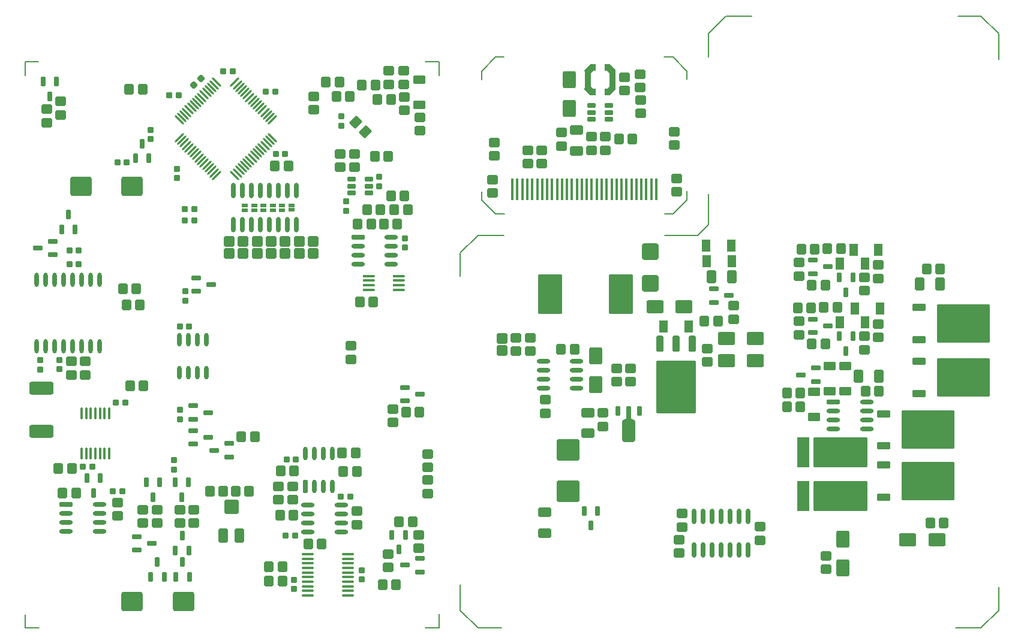
<source format=gtp>
%FSTAX25Y25*%
%MOIN*%
%SFA1B1*%

%IPPOS*%
%AMD10*
4,1,8,0.021800,0.025600,-0.021800,0.025600,-0.029500,0.017900,-0.029500,-0.017900,-0.021800,-0.025600,0.021800,-0.025600,0.029500,-0.017900,0.029500,0.017900,0.021800,0.025600,0.0*
1,1,0.015360,0.021800,0.017900*
1,1,0.015360,-0.021800,0.017900*
1,1,0.015360,-0.021800,-0.017900*
1,1,0.015360,0.021800,-0.017900*
%
%AMD11*
4,1,8,-0.021700,0.010200,-0.021700,-0.010200,-0.019100,-0.012800,0.019100,-0.012800,0.021700,-0.010200,0.021700,0.010200,0.019100,0.012800,-0.019100,0.012800,-0.021700,0.010200,0.0*
1,1,0.005120,-0.019100,0.010200*
1,1,0.005120,-0.019100,-0.010200*
1,1,0.005120,0.019100,-0.010200*
1,1,0.005120,0.019100,0.010200*
%
%AMD12*
4,1,8,0.025600,-0.021800,0.025600,0.021800,0.017900,0.029500,-0.017900,0.029500,-0.025600,0.021800,-0.025600,-0.021800,-0.017900,-0.029500,0.017900,-0.029500,0.025600,-0.021800,0.0*
1,1,0.015360,0.017900,-0.021800*
1,1,0.015360,0.017900,0.021800*
1,1,0.015360,-0.017900,0.021800*
1,1,0.015360,-0.017900,-0.021800*
%
%AMD13*
4,1,8,0.005600,0.059100,-0.005600,0.059100,-0.008100,0.056600,-0.008100,-0.056600,-0.005600,-0.059100,0.005600,-0.059100,0.008100,-0.056600,0.008100,0.056600,0.005600,0.059100,0.0*
1,1,0.004840,0.005600,0.056600*
1,1,0.004840,-0.005600,0.056600*
1,1,0.004840,-0.005600,-0.056600*
1,1,0.004840,0.005600,-0.056600*
%
%AMD15*
4,1,8,0.035400,-0.040200,0.035400,0.040200,0.028300,0.047200,-0.028300,0.047200,-0.035400,0.040200,-0.035400,-0.040200,-0.028300,-0.047200,0.028300,-0.047200,0.035400,-0.040200,0.0*
1,1,0.014180,0.028300,-0.040200*
1,1,0.014180,0.028300,0.040200*
1,1,0.014180,-0.028300,0.040200*
1,1,0.014180,-0.028300,-0.040200*
%
%AMD16*
4,1,8,0.027800,0.025600,-0.027800,0.025600,-0.035400,0.017900,-0.035400,-0.017900,-0.027800,-0.025600,0.027800,-0.025600,0.035400,-0.017900,0.035400,0.017900,0.027800,0.025600,0.0*
1,1,0.015360,0.027800,0.017900*
1,1,0.015360,-0.027800,0.017900*
1,1,0.015360,-0.027800,-0.017900*
1,1,0.015360,0.027800,-0.017900*
%
%AMD17*
4,1,8,-0.012600,-0.017100,0.012600,-0.017100,0.017700,-0.012000,0.017700,0.012000,0.012600,0.017100,-0.012600,0.017100,-0.017700,0.012000,-0.017700,-0.012000,-0.012600,-0.017100,0.0*
1,1,0.010280,-0.012600,-0.012000*
1,1,0.010280,0.012600,-0.012000*
1,1,0.010280,0.012600,0.012000*
1,1,0.010280,-0.012600,0.012000*
%
%AMD18*
4,1,8,-0.017100,0.012600,-0.017100,-0.012600,-0.012000,-0.017700,0.012000,-0.017700,0.017100,-0.012600,0.017100,0.012600,0.012000,0.017700,-0.012000,0.017700,-0.017100,0.012600,0.0*
1,1,0.010280,-0.012000,0.012600*
1,1,0.010280,-0.012000,-0.012600*
1,1,0.010280,0.012000,-0.012600*
1,1,0.010280,0.012000,0.012600*
%
%AMD19*
4,1,8,-0.021000,-0.003200,-0.003200,-0.021000,0.004000,-0.021000,0.021000,-0.004000,0.021000,0.003200,0.003200,0.021000,-0.004000,0.021000,-0.021000,0.004000,-0.021000,-0.003200,0.0*
1,1,0.010280,-0.017400,0.000400*
1,1,0.010280,0.000400,-0.017400*
1,1,0.010280,0.017400,-0.000400*
1,1,0.010280,-0.000400,0.017400*
%
%AMD20*
4,1,4,0.025000,0.017000,0.017000,0.025000,-0.025000,-0.017000,-0.017000,-0.025000,0.025000,0.017000,0.0*
1,1,0.011420,0.021000,0.021000*
1,1,0.011420,-0.021000,-0.021000*
%
%AMD21*
4,1,4,0.017000,-0.025000,0.025000,-0.017000,-0.017000,0.025000,-0.025000,0.017000,0.017000,-0.025000,0.0*
1,1,0.011420,0.021000,-0.021000*
1,1,0.011420,-0.021000,0.021000*
%
%AMD23*
4,1,8,-0.037400,0.008300,-0.037400,-0.008300,-0.033900,-0.011800,0.033900,-0.011800,0.037400,-0.008300,0.037400,0.008300,0.033900,0.011800,-0.033900,0.011800,-0.037400,0.008300,0.0*
1,1,0.007080,-0.033900,0.008300*
1,1,0.007080,-0.033900,-0.008300*
1,1,0.007080,0.033900,-0.008300*
1,1,0.007080,0.033900,0.008300*
%
%AMD26*
4,1,8,0.008300,0.025600,-0.008300,0.025600,-0.011800,0.022000,-0.011800,-0.022000,-0.008300,-0.025600,0.008300,-0.025600,0.011800,-0.022000,0.011800,0.022000,0.008300,0.025600,0.0*
1,1,0.007080,0.008300,0.022000*
1,1,0.007080,-0.008300,0.022000*
1,1,0.007080,-0.008300,-0.022000*
1,1,0.007080,0.008300,-0.022000*
%
%AMD27*
4,1,8,-0.025600,0.008300,-0.025600,-0.008300,-0.022000,-0.011800,0.022000,-0.011800,0.025600,-0.008300,0.025600,0.008300,0.022000,0.011800,-0.022000,0.011800,-0.025600,0.008300,0.0*
1,1,0.007080,-0.022000,0.008300*
1,1,0.007080,-0.022000,-0.008300*
1,1,0.007080,0.022000,-0.008300*
1,1,0.007080,0.022000,0.008300*
%
%AMD28*
4,1,8,-0.020500,-0.039400,0.020500,-0.039400,0.025600,-0.034200,0.025600,0.034200,0.020500,0.039400,-0.020500,0.039400,-0.025600,0.034200,-0.025600,-0.034200,-0.020500,-0.039400,0.0*
1,1,0.010240,-0.020500,-0.034200*
1,1,0.010240,0.020500,-0.034200*
1,1,0.010240,0.020500,0.034200*
1,1,0.010240,-0.020500,0.034200*
%
%AMD29*
4,1,8,-0.031500,-0.039400,0.031500,-0.039400,0.039400,-0.031500,0.039400,0.031500,0.031500,0.039400,-0.031500,0.039400,-0.039400,0.031500,-0.039400,-0.031500,-0.031500,-0.039400,0.0*
1,1,0.015740,-0.031500,-0.031500*
1,1,0.015740,0.031500,-0.031500*
1,1,0.015740,0.031500,0.031500*
1,1,0.015740,-0.031500,0.031500*
%
%AMD32*
4,1,8,-0.008300,-0.037400,0.008300,-0.037400,0.011800,-0.033900,0.011800,0.033900,0.008300,0.037400,-0.008300,0.037400,-0.011800,0.033900,-0.011800,-0.033900,-0.008300,-0.037400,0.0*
1,1,0.007080,-0.008300,-0.033900*
1,1,0.007080,0.008300,-0.033900*
1,1,0.007080,0.008300,0.033900*
1,1,0.007080,-0.008300,0.033900*
%
%AMD33*
4,1,8,0.026100,0.024600,-0.026100,0.024600,-0.033500,0.017200,-0.033500,-0.017200,-0.026100,-0.024600,0.026100,-0.024600,0.033500,-0.017200,0.033500,0.017200,0.026100,0.024600,0.0*
1,1,0.014760,0.026100,0.017200*
1,1,0.014760,-0.026100,0.017200*
1,1,0.014760,-0.026100,-0.017200*
1,1,0.014760,0.026100,-0.017200*
%
%AMD34*
4,1,8,0.002700,-0.033500,0.033500,-0.002700,0.033500,0.008200,0.008200,0.033500,-0.002700,0.033500,-0.033500,0.002700,-0.033500,-0.008200,-0.008200,-0.033500,0.002700,-0.033500,0.0*
1,1,0.015360,-0.002800,-0.028100*
1,1,0.015360,0.028100,0.002800*
1,1,0.015360,0.002800,0.028100*
1,1,0.015360,-0.028100,-0.002800*
%
%AMD35*
4,1,8,0.020800,0.029100,-0.020800,0.029100,-0.029500,0.020400,-0.029500,-0.020400,-0.020800,-0.029100,0.020800,-0.029100,0.029500,-0.020400,0.029500,0.020400,0.020800,0.029100,0.0*
1,1,0.017480,0.020800,0.020400*
1,1,0.017480,-0.020800,0.020400*
1,1,0.017480,-0.020800,-0.020400*
1,1,0.017480,0.020800,-0.020400*
%
%AMD36*
4,1,8,-0.048400,-0.053100,0.048400,-0.053100,0.059100,-0.042500,0.059100,0.042500,0.048400,0.053100,-0.048400,0.053100,-0.059100,0.042500,-0.059100,-0.042500,-0.048400,-0.053100,0.0*
1,1,0.021260,-0.048400,-0.042500*
1,1,0.021260,0.048400,-0.042500*
1,1,0.021260,0.048400,0.042500*
1,1,0.021260,-0.048400,0.042500*
%
%AMD39*
4,1,8,0.056300,0.035400,-0.056300,0.035400,-0.066900,0.024800,-0.066900,-0.024800,-0.056300,-0.035400,0.056300,-0.035400,0.066900,-0.024800,0.066900,0.024800,0.056300,0.035400,0.0*
1,1,0.021260,0.056300,0.024800*
1,1,0.021260,-0.056300,0.024800*
1,1,0.021260,-0.056300,-0.024800*
1,1,0.021260,0.056300,-0.024800*
%
%AMD40*
4,1,8,0.016100,0.009000,-0.016100,0.009000,-0.017000,0.008100,-0.017000,-0.008100,-0.016100,-0.009000,0.016100,-0.009000,0.017000,-0.008100,0.017000,0.008100,0.016100,0.009000,0.0*
1,1,0.001800,0.016100,0.008100*
1,1,0.001800,-0.016100,0.008100*
1,1,0.001800,-0.016100,-0.008100*
1,1,0.001800,0.016100,-0.008100*
%
%AMD41*
4,1,8,-0.024600,0.026100,-0.024600,-0.026100,-0.017200,-0.033500,0.017200,-0.033500,0.024600,-0.026100,0.024600,0.026100,0.017200,0.033500,-0.017200,0.033500,-0.024600,0.026100,0.0*
1,1,0.014760,-0.017200,0.026100*
1,1,0.014760,-0.017200,-0.026100*
1,1,0.014760,0.017200,-0.026100*
1,1,0.014760,0.017200,0.026100*
%
%AMD42*
4,1,8,-0.145700,0.102900,-0.145700,-0.102900,-0.140300,-0.108300,0.140300,-0.108300,0.145700,-0.102900,0.145700,0.102900,0.140300,0.108300,-0.140300,0.108300,-0.145700,0.102900,0.0*
1,1,0.010820,-0.140300,0.102900*
1,1,0.010820,-0.140300,-0.102900*
1,1,0.010820,0.140300,-0.102900*
1,1,0.010820,0.140300,0.102900*
%
%AMD43*
4,1,8,-0.037400,0.015000,-0.037400,-0.015000,-0.033700,-0.018700,0.033700,-0.018700,0.037400,-0.015000,0.037400,0.015000,0.033700,0.018700,-0.033700,0.018700,-0.037400,0.015000,0.0*
1,1,0.007480,-0.033700,0.015000*
1,1,0.007480,-0.033700,-0.015000*
1,1,0.007480,0.033700,-0.015000*
1,1,0.007480,0.033700,0.015000*
%
%AMD44*
4,1,8,-0.029400,-0.084100,0.029400,-0.084100,0.032700,-0.080800,0.032700,0.080800,0.029400,0.084100,-0.029400,0.084100,-0.032700,0.080800,-0.032700,-0.080800,-0.029400,-0.084100,0.0*
1,1,0.006540,-0.029400,-0.080800*
1,1,0.006540,0.029400,-0.080800*
1,1,0.006540,0.029400,0.080800*
1,1,0.006540,-0.029400,0.080800*
%
%AMD45*
4,1,8,-0.142000,-0.084100,0.142000,-0.084100,0.150400,-0.075600,0.150400,0.075600,0.142000,0.084100,-0.142000,0.084100,-0.150400,0.075600,-0.150400,-0.075600,-0.142000,-0.084100,0.0*
1,1,0.016820,-0.142000,-0.075600*
1,1,0.016820,0.142000,-0.075600*
1,1,0.016820,0.142000,0.075600*
1,1,0.016820,-0.142000,0.075600*
%
%AMD46*
4,1,8,0.040200,0.035400,-0.040200,0.035400,-0.047200,0.028300,-0.047200,-0.028300,-0.040200,-0.035400,0.040200,-0.035400,0.047200,-0.028300,0.047200,0.028300,0.040200,0.035400,0.0*
1,1,0.014180,0.040200,0.028300*
1,1,0.014180,-0.040200,0.028300*
1,1,0.014180,-0.040200,-0.028300*
1,1,0.014180,0.040200,-0.028300*
%
%AMD47*
4,1,8,-0.006900,-0.026600,0.006900,-0.026600,0.013800,-0.019700,0.013800,0.019700,0.006900,0.026600,-0.006900,0.026600,-0.013800,0.019700,-0.013800,-0.019700,-0.006900,-0.026600,0.0*
1,1,0.013780,-0.006900,-0.019700*
1,1,0.013780,0.006900,-0.019700*
1,1,0.013780,0.006900,0.019700*
1,1,0.013780,-0.006900,0.019700*
%
%AMD48*
4,1,8,-0.006900,-0.040400,0.006900,-0.040400,0.013800,-0.033500,0.013800,0.033500,0.006900,0.040400,-0.006900,0.040400,-0.013800,0.033500,-0.013800,-0.033500,-0.006900,-0.040400,0.0*
1,1,0.013780,-0.006900,-0.033500*
1,1,0.013780,0.006900,-0.033500*
1,1,0.013780,0.006900,0.033500*
1,1,0.013780,-0.006900,0.033500*
%
%AMD49*
4,1,8,-0.018700,-0.065000,0.018700,-0.065000,0.037400,-0.046300,0.037400,0.046300,0.018700,0.065000,-0.018700,0.065000,-0.037400,0.046300,-0.037400,-0.046300,-0.018700,-0.065000,0.0*
1,1,0.037400,-0.018700,-0.046300*
1,1,0.037400,0.018700,-0.046300*
1,1,0.037400,0.018700,0.046300*
1,1,0.037400,-0.018700,0.046300*
%
%AMD50*
4,1,8,0.052000,0.060000,-0.052000,0.060000,-0.064000,0.048000,-0.064000,-0.048000,-0.052000,-0.060000,0.052000,-0.060000,0.064000,-0.048000,0.064000,0.048000,0.052000,0.060000,0.0*
1,1,0.024000,0.052000,0.048000*
1,1,0.024000,-0.052000,0.048000*
1,1,0.024000,-0.052000,-0.048000*
1,1,0.024000,0.052000,-0.048000*
%
%AMD51*
4,1,8,0.025600,-0.027800,0.025600,0.027800,0.017900,0.035400,-0.017900,0.035400,-0.025600,0.027800,-0.025600,-0.027800,-0.017900,-0.035400,0.017900,-0.035400,0.025600,-0.027800,0.0*
1,1,0.015360,0.017900,-0.027800*
1,1,0.015360,0.017900,0.027800*
1,1,0.015360,-0.017900,0.027800*
1,1,0.015360,-0.017900,-0.027800*
%
%AMD52*
4,1,8,-0.067500,0.103500,-0.067500,-0.103500,-0.060700,-0.110200,0.060700,-0.110200,0.067500,-0.103500,0.067500,0.103500,0.060700,0.110200,-0.060700,0.110200,-0.067500,0.103500,0.0*
1,1,0.013500,-0.060700,0.103500*
1,1,0.013500,-0.060700,-0.103500*
1,1,0.013500,0.060700,-0.103500*
1,1,0.013500,0.060700,0.103500*
%
%AMD53*
4,1,8,0.104700,0.147600,-0.104700,0.147600,-0.110200,0.142100,-0.110200,-0.142100,-0.104700,-0.147600,0.104700,-0.147600,0.110200,-0.142100,0.110200,0.142100,0.104700,0.147600,0.0*
1,1,0.011020,0.104700,0.142100*
1,1,0.011020,-0.104700,0.142100*
1,1,0.011020,-0.104700,-0.142100*
1,1,0.011020,0.104700,-0.142100*
%
%AMD54*
4,1,8,0.013800,0.045000,-0.013800,0.045000,-0.019700,0.039100,-0.019700,-0.039100,-0.013800,-0.045000,0.013800,-0.045000,0.019700,-0.039100,0.019700,0.039100,0.013800,0.045000,0.0*
1,1,0.011820,0.013800,0.039100*
1,1,0.011820,-0.013800,0.039100*
1,1,0.011820,-0.013800,-0.039100*
1,1,0.011820,0.013800,-0.039100*
%
%AMD55*
4,1,8,0.045300,-0.036200,0.045300,0.036200,0.036200,0.045300,-0.036200,0.045300,-0.045300,0.036200,-0.045300,-0.036200,-0.036200,-0.045300,0.036200,-0.045300,0.045300,-0.036200,0.0*
1,1,0.018120,0.036200,-0.036200*
1,1,0.018120,0.036200,0.036200*
1,1,0.018120,-0.036200,0.036200*
1,1,0.018120,-0.036200,-0.036200*
%
G04~CAMADD=10~8~0.0~0.0~590.6~511.8~76.8~0.0~15~0.0~0.0~0.0~0.0~0~0.0~0.0~0.0~0.0~0~0.0~0.0~0.0~0.0~590.6~511.8*
%ADD10D10*%
G04~CAMADD=11~8~0.0~0.0~255.9~433.1~25.6~0.0~15~0.0~0.0~0.0~0.0~0~0.0~0.0~0.0~0.0~0~0.0~0.0~0.0~90.0~434.0~256.0*
%ADD11D11*%
G04~CAMADD=12~8~0.0~0.0~590.6~511.8~76.8~0.0~15~0.0~0.0~0.0~0.0~0~0.0~0.0~0.0~0.0~0~0.0~0.0~0.0~270.0~512.0~590.0*
%ADD12D12*%
G04~CAMADD=13~8~0.0~0.0~161.4~1181.1~24.2~0.0~15~0.0~0.0~0.0~0.0~0~0.0~0.0~0.0~0.0~0~0.0~0.0~0.0~0.0~161.4~1181.1*
%ADD13D13*%
%ADD14R,0.035430X0.098430*%
G04~CAMADD=15~8~0.0~0.0~944.9~708.7~70.9~0.0~15~0.0~0.0~0.0~0.0~0~0.0~0.0~0.0~0.0~0~0.0~0.0~0.0~270.0~708.0~944.0*
%ADD15D15*%
G04~CAMADD=16~8~0.0~0.0~708.7~511.8~76.8~0.0~15~0.0~0.0~0.0~0.0~0~0.0~0.0~0.0~0.0~0~0.0~0.0~0.0~0.0~708.7~511.8*
%ADD16D16*%
G04~CAMADD=17~8~0.0~0.0~354.3~342.5~51.4~0.0~15~0.0~0.0~0.0~0.0~0~0.0~0.0~0.0~0.0~0~0.0~0.0~0.0~180.0~354.0~343.0*
%ADD17D17*%
G04~CAMADD=18~8~0.0~0.0~354.3~342.5~51.4~0.0~15~0.0~0.0~0.0~0.0~0~0.0~0.0~0.0~0.0~0~0.0~0.0~0.0~90.0~343.0~354.0*
%ADD18D18*%
G04~CAMADD=19~8~0.0~0.0~354.3~342.5~51.4~0.0~15~0.0~0.0~0.0~0.0~0~0.0~0.0~0.0~0.0~0~0.0~0.0~0.0~135.0~450.0~450.0*
%ADD19D19*%
G04~CAMADD=20~3~0.0~0.0~114.2~708.7~0.0~0.0~0~0.0~0.0~0.0~0.0~0~0.0~0.0~0.0~0.0~0~0.0~0.0~0.0~315.0~534.0~534.0*
%ADD20D20*%
G04~CAMADD=21~3~0.0~0.0~114.2~708.7~0.0~0.0~0~0.0~0.0~0.0~0.0~0~0.0~0.0~0.0~0.0~0~0.0~0.0~0.0~225.0~534.0~534.0*
%ADD21D21*%
%ADD22O,0.023620X0.074800*%
G04~CAMADD=23~8~0.0~0.0~236.2~748.0~35.4~0.0~15~0.0~0.0~0.0~0.0~0~0.0~0.0~0.0~0.0~0~0.0~0.0~0.0~90.0~748.0~236.0*
%ADD23D23*%
%ADD24O,0.074800X0.023620*%
%ADD25O,0.013780X0.066930*%
G04~CAMADD=26~8~0.0~0.0~236.2~511.8~35.4~0.0~15~0.0~0.0~0.0~0.0~0~0.0~0.0~0.0~0.0~0~0.0~0.0~0.0~0.0~236.2~511.8*
%ADD26D26*%
G04~CAMADD=27~8~0.0~0.0~236.2~511.8~35.4~0.0~15~0.0~0.0~0.0~0.0~0~0.0~0.0~0.0~0.0~0~0.0~0.0~0.0~90.0~512.0~236.0*
%ADD27D27*%
G04~CAMADD=28~8~0.0~0.0~511.8~787.4~51.2~0.0~15~0.0~0.0~0.0~0.0~0~0.0~0.0~0.0~0.0~0~0.0~0.0~0.0~180.0~512.0~788.0*
%ADD28D28*%
G04~CAMADD=29~8~0.0~0.0~787.4~787.4~78.7~0.0~15~0.0~0.0~0.0~0.0~0~0.0~0.0~0.0~0.0~0~0.0~0.0~0.0~180.0~788.0~788.0*
%ADD29D29*%
%ADD30O,0.066930X0.013780*%
%ADD31O,0.023620X0.086610*%
G04~CAMADD=32~8~0.0~0.0~236.2~748.0~35.4~0.0~15~0.0~0.0~0.0~0.0~0~0.0~0.0~0.0~0.0~0~0.0~0.0~0.0~180.0~236.0~748.0*
%ADD32D32*%
G04~CAMADD=33~8~0.0~0.0~669.3~492.1~73.8~0.0~15~0.0~0.0~0.0~0.0~0~0.0~0.0~0.0~0.0~0~0.0~0.0~0.0~0.0~669.3~492.1*
%ADD33D33*%
G04~CAMADD=34~8~0.0~0.0~590.6~511.8~76.8~0.0~15~0.0~0.0~0.0~0.0~0~0.0~0.0~0.0~0.0~0~0.0~0.0~0.0~225.0~717.0~715.0*
%ADD34D34*%
G04~CAMADD=35~8~0.0~0.0~590.6~582.7~87.4~0.0~15~0.0~0.0~0.0~0.0~0~0.0~0.0~0.0~0.0~0~0.0~0.0~0.0~0.0~590.6~582.7*
%ADD35D35*%
G04~CAMADD=36~8~0.0~0.0~1181.1~1063.0~106.3~0.0~15~0.0~0.0~0.0~0.0~0~0.0~0.0~0.0~0.0~0~0.0~0.0~0.0~180.0~1182.0~1063.0*
%ADD36D36*%
%ADD37O,0.066930X0.016000*%
%ADD38O,0.023620X0.078740*%
G04~CAMADD=39~8~0.0~0.0~1338.6~708.7~106.3~0.0~15~0.0~0.0~0.0~0.0~0~0.0~0.0~0.0~0.0~0~0.0~0.0~0.0~0.0~1338.6~708.7*
%ADD39D39*%
G04~CAMADD=40~8~0.0~0.0~340.0~180.0~9.0~0.0~15~0.0~0.0~0.0~0.0~0~0.0~0.0~0.0~0.0~0~0.0~0.0~0.0~0.0~340.0~180.0*
%ADD40D40*%
G04~CAMADD=41~8~0.0~0.0~669.3~492.1~73.8~0.0~15~0.0~0.0~0.0~0.0~0~0.0~0.0~0.0~0.0~0~0.0~0.0~0.0~90.0~492.0~670.0*
%ADD41D41*%
G04~CAMADD=42~8~0.0~0.0~2165.4~2913.4~54.1~0.0~15~0.0~0.0~0.0~0.0~0~0.0~0.0~0.0~0.0~0~0.0~0.0~0.0~90.0~2914.0~2166.0*
%ADD42D42*%
G04~CAMADD=43~8~0.0~0.0~374.0~748.0~37.4~0.0~15~0.0~0.0~0.0~0.0~0~0.0~0.0~0.0~0.0~0~0.0~0.0~0.0~90.0~748.0~374.0*
%ADD43D43*%
G04~CAMADD=44~8~0.0~0.0~653.5~1681.1~32.7~0.0~15~0.0~0.0~0.0~0.0~0~0.0~0.0~0.0~0.0~0~0.0~0.0~0.0~180.0~654.0~1682.0*
%ADD44D44*%
G04~CAMADD=45~8~0.0~0.0~3007.9~1681.1~84.1~0.0~15~0.0~0.0~0.0~0.0~0~0.0~0.0~0.0~0.0~0~0.0~0.0~0.0~180.0~3008.0~1681.0*
%ADD45D45*%
G04~CAMADD=46~8~0.0~0.0~944.9~708.7~70.9~0.0~15~0.0~0.0~0.0~0.0~0~0.0~0.0~0.0~0.0~0~0.0~0.0~0.0~0.0~944.9~708.7*
%ADD46D46*%
G04~CAMADD=47~8~0.0~0.0~275.6~531.5~68.9~0.0~15~0.0~0.0~0.0~0.0~0~0.0~0.0~0.0~0.0~0~0.0~0.0~0.0~180.0~276.0~532.0*
%ADD47D47*%
G04~CAMADD=48~8~0.0~0.0~275.6~808.7~68.9~0.0~15~0.0~0.0~0.0~0.0~0~0.0~0.0~0.0~0.0~0~0.0~0.0~0.0~180.0~276.0~809.0*
%ADD48D48*%
G04~CAMADD=49~8~0.0~0.0~748.0~1299.2~187.0~0.0~15~0.0~0.0~0.0~0.0~0~0.0~0.0~0.0~0.0~0~0.0~0.0~0.0~180.0~749.0~1300.0*
%ADD49D49*%
G04~CAMADD=50~8~0.0~0.0~1279.5~1200.0~120.0~0.0~15~0.0~0.0~0.0~0.0~0~0.0~0.0~0.0~0.0~0~0.0~0.0~0.0~0.0~1279.5~1200.0*
%ADD50D50*%
G04~CAMADD=51~8~0.0~0.0~708.7~511.8~76.8~0.0~15~0.0~0.0~0.0~0.0~0~0.0~0.0~0.0~0.0~0~0.0~0.0~0.0~270.0~512.0~708.0*
%ADD51D51*%
G04~CAMADD=52~8~0.0~0.0~2204.7~1350.0~67.5~0.0~15~0.0~0.0~0.0~0.0~0~0.0~0.0~0.0~0.0~0~0.0~0.0~0.0~90.0~1350.0~2204.0*
%ADD52D52*%
G04~CAMADD=53~8~0.0~0.0~2204.7~2952.8~55.1~0.0~15~0.0~0.0~0.0~0.0~0~0.0~0.0~0.0~0.0~0~0.0~0.0~0.0~0.0~2204.7~2952.8*
%ADD53D53*%
G04~CAMADD=54~8~0.0~0.0~393.7~900.0~59.1~0.0~15~0.0~0.0~0.0~0.0~0~0.0~0.0~0.0~0.0~0~0.0~0.0~0.0~0.0~393.7~900.0*
%ADD54D54*%
G04~CAMADD=55~8~0.0~0.0~905.5~905.5~90.6~0.0~15~0.0~0.0~0.0~0.0~0~0.0~0.0~0.0~0.0~0~0.0~0.0~0.0~270.0~906.0~906.0*
%ADD55D55*%
%ADD117C,0.008000*%
%LNunisolder52_full-1*%
%LPD*%
G36*
X048006Y0570207D02*
Y0569321D01*
X0476812Y0566073*
X0473859*
Y0569813*
X0475139*
X0476516Y0571191*
X048006Y0570207*
G37*
G36*
X0467658Y0569813D02*
X0468938D01*
Y0566073*
X0465985*
X0462737Y0569321*
Y0570207*
X046628Y0571191*
X0467658Y0569813*
G37*
G36*
X048006Y0580148D02*
Y0579262D01*
X0476516Y0578278*
X0475139Y0579656*
X0473859*
Y0583396*
X0476812*
X048006Y0580148*
G37*
G36*
X0468938Y0579656D02*
X0467658D01*
X046628Y0578278*
X0462737Y0579262*
Y0580148*
X0465985Y0583396*
X0468938*
Y0579656*
G37*
G54D10*
X0493799Y0555905D03*
Y0563386D03*
X0412598Y0532423D03*
Y0539903D03*
X0513798Y0512423D03*
Y0519903D03*
X0411698Y0511723D03*
Y0519203D03*
X0438909Y0527984D03*
Y0535464D03*
X0466608Y0535546D03*
Y0543027D03*
X0431109Y0527984D03*
Y0535464D03*
X0493598Y0577803D03*
Y0570323D03*
X0484998Y0568723D03*
Y0576203D03*
X0449909Y0545258D03*
Y0537778D03*
X0512697Y0538386D03*
Y0545866D03*
X0474409Y0535531D03*
Y0543012D03*
X0171591Y0555125D03*
Y0562605D03*
X0332874Y0426575D03*
Y0419095D03*
X0353445Y0303346D03*
Y0310827D03*
X0312291Y0557925D03*
Y0565406D03*
X024574Y0335405D03*
Y0327925D03*
X0217391Y0335405D03*
Y0327925D03*
X0237841Y0335405D03*
Y0327925D03*
X0225291Y0335405D03*
Y0327925D03*
X0334841Y0533533D03*
Y0526053D03*
X0327041Y0533433D03*
Y0525953D03*
X0362608Y055767D03*
Y056515D03*
X0163791Y0558315D03*
Y0550835D03*
X0353883Y0572193D03*
Y0579674D03*
X0336091Y0334705D03*
Y0327225D03*
X0371376Y0546338D03*
Y0553819D03*
X0370491Y0313987D03*
Y0321468D03*
X0362108Y057965D03*
Y057217D03*
X0300491Y0348406D03*
Y0340925D03*
X0292691D03*
Y0348406D03*
X0177491Y0417906D03*
Y0410425D03*
X0185291Y0417906D03*
Y0410425D03*
X020315Y0339469D03*
Y0331988D03*
X0375491Y0351905D03*
Y0344425D03*
Y0366506D03*
Y0359025D03*
X0356091Y0391406D03*
Y0383925D03*
X0560335Y0325984D03*
Y0318504D03*
X0515255Y0318799D03*
Y0311319D03*
X0516928Y0325787D03*
Y0333268D03*
X058189Y0432776D03*
Y0440256D03*
X0618209Y0431989D03*
Y0424508D03*
X0625984Y0438878D03*
Y0431398D03*
X0545635Y0441558D03*
Y0449038D03*
X04247Y042368D03*
Y0431161D03*
X04325Y042368D03*
Y0431161D03*
X0480628Y0406636D03*
Y0414116D03*
X0596949Y0309842D03*
Y0302362D03*
X0488347Y0406636D03*
Y0414116D03*
X0618209Y0464764D03*
Y0457284D03*
X0625984Y0471654D03*
Y0464174D03*
X0531004Y0417717D03*
Y0425197D03*
X058189Y0465453D03*
Y0472934D03*
X04409Y0389121D03*
Y0396602D03*
X047286Y0389303D03*
Y0381823D03*
G54D11*
X0476123Y0560275D03*
Y0556535D03*
Y0552795D03*
X0466674D03*
Y0556535D03*
Y0560275D03*
X0333376Y0511829D03*
Y051557D03*
Y051931D03*
X0342825D03*
Y051557D03*
Y0511829D03*
G54D12*
X0481791Y0541634D03*
X0489272D03*
X0337795Y0450984D03*
X0345276D03*
X0287402Y0303642D03*
X0294882D03*
X0324833Y0565506D03*
X0332314D03*
X0326431Y0573265D03*
X0318951D03*
X0309151Y0316465D03*
X0316632D03*
X0254451Y0345702D03*
X0261931D03*
X0339051Y0571665D03*
X0346532D03*
X0350492Y0293602D03*
X0357972D03*
X0177833Y0358265D03*
X0170353D03*
X0298131Y0526665D03*
X0290651D03*
X0355231Y0563865D03*
X0347751D03*
X0209651Y0569365D03*
X0217131D03*
X02176Y0404365D03*
X021012D03*
X0215667Y0449565D03*
X0208187D03*
X02136Y0458365D03*
X020612D03*
X0293451Y0332365D03*
X0300932D03*
X0359744Y0328838D03*
X0367225D03*
X0363451Y0389665D03*
X0370932D03*
X0272051Y0376142D03*
X0279532D03*
X0341831Y0502264D03*
X0349311D03*
X0351101Y0494465D03*
X0358581D03*
X035374Y0531988D03*
X034626D03*
X0336701Y0494465D03*
X0344181D03*
X0268851Y0345702D03*
X0276331D03*
X0362697Y0510039D03*
X0355216D03*
X0287402Y0295866D03*
X0294882D03*
X0293851Y0356965D03*
X0301331D03*
X0180197Y0344765D03*
X0172717D03*
X0328651Y0356665D03*
X0336132D03*
X0328051Y0367065D03*
X0335531D03*
X0364469Y0502264D03*
X0356988D03*
X059065Y0480315D03*
X0583169D03*
X0588681Y0447638D03*
X0581201D03*
X0595669Y0447933D03*
X060315D03*
X0596555Y0427658D03*
X0589075D03*
X0654841Y0328235D03*
X0662321D03*
X052933Y0440453D03*
X0536811D03*
X0660335Y0469488D03*
X0652854D03*
X0596555Y0460434D03*
X0589075D03*
X0457181Y0424588D03*
X0449701D03*
X0597638Y0480709D03*
X0605118D03*
X062628Y0401279D03*
X0618799D03*
X0582579Y0392618D03*
X0575098D03*
X0582579Y0400393D03*
X0575098D03*
G54D13*
X0422648Y0513794D03*
X0425404D03*
X042816D03*
X0430916D03*
X0433672D03*
X0469498D03*
X0472254D03*
X047501D03*
X0477766D03*
X0480522D03*
X0483278D03*
X0486034D03*
X048879D03*
X0491546D03*
X0494302D03*
X0497057D03*
X0499813D03*
X0502569D03*
X0436427D03*
X0439183D03*
X0441939D03*
X0444695D03*
X0447451D03*
X0450207D03*
X0452963D03*
X0455719D03*
X0458475D03*
X0461231D03*
X0463987D03*
X0466743D03*
G54D14*
X0464509Y0574735D03*
X0478288D03*
G54D15*
X0454173Y0558709D03*
Y0574851D03*
X0606299Y0303051D03*
Y0319193D03*
X0469027Y0404992D03*
Y0421134D03*
G54D16*
X0458268Y0535236D03*
Y0546653D03*
X0440705Y0322569D03*
Y0333986D03*
X0464542Y0377908D03*
Y0389325D03*
G54D17*
X0301391Y029648D03*
Y0291251D03*
X0236191Y0525179D03*
Y0519951D03*
X0234547Y0362933D03*
Y0357705D03*
X0327633Y0549114D03*
Y0554342D03*
X0221692Y0546825D03*
Y0541597D03*
X03486Y0520746D03*
Y0515518D03*
X0362795Y0486472D03*
Y0481244D03*
X0330217Y0506945D03*
Y0501717D03*
X0338991Y030188D03*
Y0296651D03*
X0160391Y041878D03*
Y0413551D03*
X0170823Y0413651D03*
Y041888D03*
X0240846Y0456945D03*
Y0451717D03*
X0237992Y0385772D03*
Y0391D03*
G54D18*
X0261977Y0579265D03*
X0267206D03*
X0231877Y0565965D03*
X0237105D03*
X0189203Y0359461D03*
X0183975D03*
X0243005Y0437465D03*
X0237777D03*
X0202377Y0395165D03*
X0207606D03*
X0296577Y0320965D03*
X0301805D03*
X0302406Y0363565D03*
X0297177D03*
X0296406Y0533265D03*
X0291177D03*
X0285677Y0568165D03*
X0290905D03*
X0205961Y0345669D03*
X0200732D03*
X0208417Y0528821D03*
X0203188D03*
X0181671Y047968D03*
X0176443D03*
X0240677Y0502665D03*
X0245905D03*
Y0496265D03*
X0240677D03*
X0327377Y0342765D03*
X0332606D03*
X0181705Y0471965D03*
X0176477D03*
G54D19*
X024944Y0575414D03*
X0245743Y0571717D03*
G54D20*
X0289282Y0552376D03*
X028789Y0553768D03*
X0286498Y055516D03*
X0285106Y0556552D03*
X0283714Y0557944D03*
X0282322Y0559336D03*
X028093Y0560728D03*
X0279538Y056212D03*
X0278146Y0563512D03*
X0276754Y0564904D03*
X0275362Y0566296D03*
X027397Y0567688D03*
X0272578Y056908D03*
X0271186Y0570472D03*
X0269794Y0571864D03*
X0268402Y0573255D03*
X0237501Y0542354D03*
X0238893Y0540962D03*
X0240285Y0539571D03*
X0241677Y0538178D03*
X0243069Y0536787D03*
X0244461Y0535395D03*
X0245853Y0534003D03*
X0247245Y0532611D03*
X0248637Y0531219D03*
X0250029Y0529827D03*
X0251421Y0528435D03*
X0252813Y0527043D03*
X0254205Y0525651D03*
X0255596Y0524259D03*
X0256988Y0522867D03*
X025838Y0521475D03*
G54D21*
X025838Y0573255D03*
X0256988Y0571864D03*
X0255596Y0570472D03*
X0254205Y056908D03*
X0252813Y0567688D03*
X0251421Y0566296D03*
X0250029Y0564904D03*
X0248637Y0563512D03*
X0247245Y056212D03*
X0245853Y0560728D03*
X0244461Y0559336D03*
X0243069Y0557944D03*
X0241677Y0556552D03*
X0240285Y055516D03*
X0238893Y0553768D03*
X0237501Y0552376D03*
X0268402Y0521475D03*
X0269794Y0522867D03*
X0271186Y0524259D03*
X0272578Y0525651D03*
X027397Y0527043D03*
X0275362Y0528435D03*
X0276754Y0529827D03*
X0278146Y0531219D03*
X0279538Y0532611D03*
X028093Y0534003D03*
X0282322Y0535395D03*
X0283714Y0536787D03*
X0285106Y0538178D03*
X0286498Y0539571D03*
X028789Y0540962D03*
X0289282Y0542354D03*
G54D22*
X0252591Y0430117D03*
X0247591D03*
X0242591D03*
X0237591D03*
X0252591Y0411613D03*
X0247591D03*
X0242591D03*
X0237591D03*
X0322491Y0366817D03*
X0317491D03*
X0312491D03*
X0307491D03*
X0322491Y0348313D03*
X0317491D03*
X0312491D03*
G54D23*
X0174626Y0338265D03*
X0336889Y0487165D03*
X0600984Y0395295D03*
G54D24*
X0174626Y0333265D03*
Y0328265D03*
Y0323265D03*
X019313Y0338265D03*
Y0333265D03*
Y0328265D03*
Y0323265D03*
X0336889Y0482165D03*
Y0477165D03*
Y0472165D03*
X0355393Y0487165D03*
Y0482165D03*
Y0477165D03*
Y0472165D03*
X0327543Y0322965D03*
Y0327965D03*
Y0332965D03*
Y0337965D03*
X0309039Y0322965D03*
Y0327965D03*
Y0332965D03*
Y0337965D03*
X0619488Y0380295D03*
Y0385295D03*
Y0390295D03*
Y0395295D03*
X0600984Y0380295D03*
Y0385295D03*
Y0390295D03*
X0458271Y0403047D03*
Y0408047D03*
Y0413047D03*
Y0418047D03*
X0439767Y0403047D03*
Y0408047D03*
Y0413047D03*
Y0418047D03*
G54D25*
X0183214Y0366645D03*
X0185773D03*
X0188332D03*
X0190891D03*
X019345D03*
X0196009D03*
X0198568D03*
X0183214Y0389086D03*
X0185773D03*
X0188332D03*
X0190891D03*
X019345D03*
X0196009D03*
X0198568D03*
G54D26*
X0189857Y0344803D03*
X0186117Y0353071D03*
X0193597D03*
X023909Y0320993D03*
X024283Y0312725D03*
X023535D03*
X0238991Y0342332D03*
X0235251Y0350599D03*
X0242731D03*
X0222991Y0342332D03*
X0219251Y0350599D03*
X0226731D03*
X0165591Y0565332D03*
X0161851Y0573599D03*
X0169332D03*
X0363189Y0321555D03*
X0355709D03*
X0359449Y0313287D03*
X0216893Y0539173D03*
X0220633Y0530905D03*
X0213153D03*
X0225394Y0306496D03*
X0229134Y0298228D03*
X0221654D03*
X023937Y0306496D03*
X024311Y0298228D03*
X023563D03*
X017223Y049142D03*
X017971D03*
X017597Y0499687D03*
X0611811Y0431989D03*
X0604331D03*
X0608071Y0423721D03*
X0466272Y0326598D03*
X0462532Y0334866D03*
X0470012D03*
X0608071Y0456496D03*
X0604331Y0464764D03*
X0611811D03*
G54D27*
X0222244Y0316757D03*
X0213976Y0313017D03*
Y0320498D03*
X0253525Y0375765D03*
X0245257Y0372025D03*
Y0379505D03*
X0253525Y0389565D03*
X0245257Y0385825D03*
Y0393305D03*
X0246986Y0464505D03*
Y0457025D03*
X0255254Y0460765D03*
X0371225Y0399765D03*
X0362958Y0396025D03*
Y0403506D03*
Y0304628D03*
X0371225Y0308368D03*
Y0300887D03*
X0256958Y0368565D03*
X0265225Y0372305D03*
Y0364825D03*
X0158984Y0481008D03*
X0167252Y0484748D03*
Y0477268D03*
X0589567Y0441536D03*
Y0434056D03*
X0597835Y0437796D03*
X0542795Y0454623D03*
X0534527Y0450883D03*
Y0458363D03*
X0589567Y0474312D03*
Y0466831D03*
X0597835Y0470571D03*
X0582873Y0410532D03*
X0591141Y0414272D03*
Y0406791D03*
G54D28*
X0261964Y0321191D03*
X0271019D03*
G54D29*
X0266491Y0336939D03*
G54D30*
X0308971Y028775D03*
Y0290309D03*
Y0292868D03*
Y0295427D03*
X0331412Y0308222D03*
Y0310781D03*
X0308971D03*
Y0308222D03*
Y0305663D03*
Y0303104D03*
Y0300545D03*
Y0297986D03*
X0331412Y0305663D03*
Y0303104D03*
Y0300545D03*
Y0297986D03*
Y0295427D03*
Y0292868D03*
Y0290309D03*
Y028775D03*
G54D31*
X0302491Y0512925D03*
X0297491D03*
X0292491D03*
X0287491D03*
X0282491D03*
X0277491D03*
X0272491D03*
X0267491D03*
X0302491Y0494028D03*
X0297491D03*
X0292491D03*
X0287491D03*
X0282491D03*
X0277491D03*
X0272491D03*
X0267491D03*
X0523484Y0312992D03*
X0528484D03*
X0533484D03*
X0538484D03*
X0543484D03*
X0548484D03*
X0553484D03*
X0523484Y033189D03*
X0528484D03*
X0533484D03*
X0538484D03*
X0543484D03*
X0548484D03*
X0553484D03*
G54D32*
X0307491Y0348313D03*
G54D33*
X0371027Y0560703D03*
Y0574679D03*
X060748Y0401476D03*
Y0415453D03*
X0590354Y0401083D03*
Y0387106D03*
X0598917Y0401476D03*
Y0415453D03*
G54D34*
X0341036Y0545821D03*
X0335747Y055111D03*
G54D35*
X0280791Y0477989D03*
Y0484761D03*
X0288591Y0477989D03*
Y0484761D03*
X0272991Y0477989D03*
Y0484761D03*
X0265218Y0477955D03*
Y0484727D03*
X0296351Y0477989D03*
Y0484761D03*
X0304091Y0477989D03*
Y0484761D03*
X0311891Y0477989D03*
Y0484761D03*
X04169Y0430806D03*
Y0424035D03*
G54D36*
X0239765Y0284365D03*
X0211418D03*
X0182973Y0515551D03*
X0211319D03*
G54D37*
X0342973Y0465499D03*
Y046294D03*
Y0460381D03*
Y0457822D03*
X0359509Y0465499D03*
Y046294D03*
Y0460381D03*
Y0457822D03*
G54D38*
X0158091Y0426261D03*
X0163091D03*
X0168091D03*
X0173091D03*
X0178091D03*
X0183091D03*
X0188091D03*
X0193091D03*
X0158091Y0463269D03*
X0163091D03*
X0168091D03*
X0173091D03*
X0178091D03*
X0183091D03*
X0188091D03*
X0193091D03*
G54D39*
X0160991Y0379165D03*
Y0403165D03*
G54D40*
X0294707Y0504765D03*
Y0502165D03*
X0289506D03*
Y0504765D03*
X0273901D03*
Y0502165D03*
X0279102D03*
Y0504765D03*
X0284304D03*
Y0502165D03*
X03Y0502243D03*
Y0504843D03*
G54D41*
X054439Y0482283D03*
X0530413D03*
X062687Y044754D03*
X0612894D03*
X053045Y0473735D03*
X0544426D03*
X0520472Y0437402D03*
X0506496D03*
X0604725Y047254D03*
X0618701D03*
X0604724Y0439764D03*
X0618701D03*
X0626083Y0480119D03*
X0612106D03*
G54D42*
X0653543Y0351279D03*
Y0379921D03*
X0673228Y0409055D03*
Y0438976D03*
G54D43*
X0628937Y0342303D03*
Y0360256D03*
Y0370945D03*
Y0388898D03*
X0648622Y0418032D03*
Y0400079D03*
Y0447953D03*
Y043D03*
G54D44*
X0584202Y0367421D03*
Y0343209D03*
G54D45*
X0604862Y0367421D03*
Y0343209D03*
G54D46*
X0658465Y0318898D03*
X0642323D03*
X0501883Y0448269D03*
X0518024D03*
X0541535Y0430709D03*
X0557677D03*
Y0418307D03*
X0541535D03*
G54D47*
X0481345Y039042D03*
X0493156D03*
G54D48*
X048725Y0389094D03*
G54D49*
X048725Y0379495D03*
G54D50*
X0453669Y0345696D03*
Y0368893D03*
G54D51*
X0533268Y046496D03*
X0544685D03*
X0648917Y0461122D03*
X0660335D03*
X0614961Y0409646D03*
X0626378D03*
G54D52*
X0443572Y0455394D03*
X0482941D03*
G54D53*
X0513681Y0403805D03*
G54D54*
X0522736Y0427716D03*
X0513681D03*
X0504626D03*
G54D55*
X049929Y0461357D03*
Y0479073D03*
G54D117*
X0507407Y0488202D02*
X0525604D01*
X0531507Y0494105*
X0531496Y0494095D02*
Y0510991D01*
X0413386Y05D02*
X041811D01*
X0405512Y0507874D02*
X0413386Y05D01*
X0405512Y0507874D02*
Y0512303D01*
X0519685Y0507874D02*
Y0512598D01*
X0511811Y05D02*
X0519685Y0507874D01*
X0507382Y05D02*
X0511811D01*
X0507087Y0587402D02*
X0511811D01*
X0519685Y0579528*
Y0575098D02*
Y0579528D01*
X0413386Y0587402D02*
X0417815D01*
X0405512Y0579528D02*
X0413386Y0587402D01*
X0405512Y0574803D02*
Y0579528D01*
X0541338Y0610236D02*
X0555598D01*
X0531498Y0600396D02*
X0541338Y0610236D01*
X0531498Y0587436D02*
Y0600396D01*
X0692913Y0586134D02*
Y0600394D01*
X0683073Y0610234D02*
X0692913Y0600394D01*
X0670113Y0610234D02*
X0683073D01*
X0668811Y0269685D02*
X0683071D01*
X0692911Y0279525*
Y0292485*
X0403554Y0269674D02*
X0416514D01*
X0393714Y0279514D02*
X0403554Y0269674D01*
X0393714Y0279514D02*
Y0293774D01*
X038189Y0577165D02*
Y0584646D01*
X0374311D02*
X038189D01*
X037441Y0269685D02*
X038189D01*
Y0277264*
X015187Y0269685D02*
Y0277165D01*
Y0269685D02*
X0159449D01*
X015187Y0577067D02*
Y0584646D01*
X015935*
X039369Y0465376D02*
Y0478336D01*
X040353Y0488176*
X041779*
M02*
</source>
